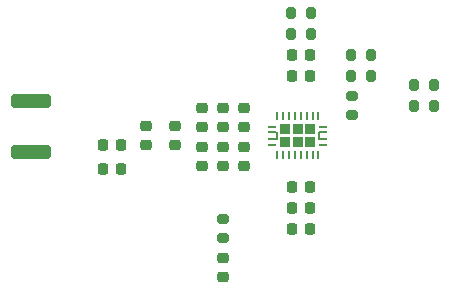
<source format=gbr>
%TF.GenerationSoftware,KiCad,Pcbnew,(7.0.0)*%
%TF.CreationDate,2023-04-29T18:10:18-05:00*%
%TF.ProjectId,WiHi,57694869-2e6b-4696-9361-645f70636258,-*%
%TF.SameCoordinates,PX795bdf0PY68e3130*%
%TF.FileFunction,Paste,Top*%
%TF.FilePolarity,Positive*%
%FSLAX46Y46*%
G04 Gerber Fmt 4.6, Leading zero omitted, Abs format (unit mm)*
G04 Created by KiCad (PCBNEW (7.0.0)) date 2023-04-29 18:10:18*
%MOMM*%
%LPD*%
G01*
G04 APERTURE LIST*
G04 Aperture macros list*
%AMRoundRect*
0 Rectangle with rounded corners*
0 $1 Rounding radius*
0 $2 $3 $4 $5 $6 $7 $8 $9 X,Y pos of 4 corners*
0 Add a 4 corners polygon primitive as box body*
4,1,4,$2,$3,$4,$5,$6,$7,$8,$9,$2,$3,0*
0 Add four circle primitives for the rounded corners*
1,1,$1+$1,$2,$3*
1,1,$1+$1,$4,$5*
1,1,$1+$1,$6,$7*
1,1,$1+$1,$8,$9*
0 Add four rect primitives between the rounded corners*
20,1,$1+$1,$2,$3,$4,$5,0*
20,1,$1+$1,$4,$5,$6,$7,0*
20,1,$1+$1,$6,$7,$8,$9,0*
20,1,$1+$1,$8,$9,$2,$3,0*%
G04 Aperture macros list end*
%ADD10RoundRect,0.250000X1.450000X-0.312500X1.450000X0.312500X-1.450000X0.312500X-1.450000X-0.312500X0*%
%ADD11R,0.850000X0.920000*%
%ADD12R,0.250000X0.750000*%
%ADD13RoundRect,0.050400X0.249600X-0.069600X0.249600X0.069600X-0.249600X0.069600X-0.249600X-0.069600X0*%
%ADD14RoundRect,0.050400X0.069600X-0.249600X0.069600X0.249600X-0.069600X0.249600X-0.069600X-0.249600X0*%
%ADD15RoundRect,0.050000X0.250000X-0.050000X0.250000X0.050000X-0.250000X0.050000X-0.250000X-0.050000X0*%
%ADD16RoundRect,0.200000X0.200000X0.275000X-0.200000X0.275000X-0.200000X-0.275000X0.200000X-0.275000X0*%
%ADD17RoundRect,0.200000X0.275000X-0.200000X0.275000X0.200000X-0.275000X0.200000X-0.275000X-0.200000X0*%
%ADD18RoundRect,0.200000X-0.200000X-0.275000X0.200000X-0.275000X0.200000X0.275000X-0.200000X0.275000X0*%
%ADD19RoundRect,0.218750X-0.256250X0.218750X-0.256250X-0.218750X0.256250X-0.218750X0.256250X0.218750X0*%
%ADD20RoundRect,0.225000X-0.250000X0.225000X-0.250000X-0.225000X0.250000X-0.225000X0.250000X0.225000X0*%
%ADD21RoundRect,0.225000X-0.225000X-0.250000X0.225000X-0.250000X0.225000X0.250000X-0.225000X0.250000X0*%
%ADD22RoundRect,0.225000X0.225000X0.250000X-0.225000X0.250000X-0.225000X-0.250000X0.225000X-0.250000X0*%
%ADD23RoundRect,0.225000X0.250000X-0.225000X0.250000X0.225000X-0.250000X0.225000X-0.250000X-0.225000X0*%
G04 APERTURE END LIST*
D10*
%TO.C,Coil*%
X3810000Y16658500D03*
X3810000Y20933500D03*
%TD*%
D11*
%TO.C,U1*%
X27465999Y18593999D03*
X26415999Y18593999D03*
X25365999Y17473999D03*
D12*
X28215999Y18033999D03*
D11*
X26415999Y17473999D03*
X25365999Y18593999D03*
X27465999Y17473999D03*
D12*
X24615999Y18033999D03*
D13*
X24266000Y17284000D03*
D14*
X24666000Y16384000D03*
X25166000Y16384000D03*
X25666000Y16384000D03*
X26166000Y16384000D03*
X26666000Y16384000D03*
X27166000Y16384000D03*
X27666000Y16384000D03*
X28166000Y16384000D03*
D13*
X28566000Y17284000D03*
X28566000Y18784000D03*
D14*
X28166000Y19684000D03*
X27666000Y19684000D03*
X27166000Y19684000D03*
X26666000Y19684000D03*
X26166000Y19684000D03*
X25666000Y19684000D03*
X25166000Y19684000D03*
X24666000Y19684000D03*
D13*
X24266000Y18784000D03*
D15*
X28566000Y18309000D03*
X24266000Y18309000D03*
X28566000Y17759000D03*
X24266000Y17759000D03*
%TD*%
D16*
%TO.C,R7*%
X36259000Y20574000D03*
X37909000Y20574000D03*
%TD*%
%TO.C,R6*%
X25845000Y28448000D03*
X27495000Y28448000D03*
%TD*%
%TO.C,R5*%
X32575000Y24892000D03*
X30925000Y24892000D03*
%TD*%
D17*
%TO.C,R4*%
X20066000Y9335000D03*
X20066000Y10985000D03*
%TD*%
D18*
%TO.C,R3*%
X27495000Y26670000D03*
X25845000Y26670000D03*
%TD*%
D16*
%TO.C,R2*%
X32575000Y23114000D03*
X30925000Y23114000D03*
%TD*%
D17*
%TO.C,R1*%
X30988000Y19749000D03*
X30988000Y21399000D03*
%TD*%
D18*
%TO.C,NTC1*%
X36259000Y22352000D03*
X37909000Y22352000D03*
%TD*%
D19*
%TO.C,D1*%
X20066000Y7645500D03*
X20066000Y6070500D03*
%TD*%
D20*
%TO.C,C15*%
X16002000Y18809000D03*
X16002000Y17259000D03*
%TD*%
D21*
%TO.C,C14*%
X9893000Y15240000D03*
X11443000Y15240000D03*
%TD*%
D22*
%TO.C,C13*%
X27445000Y10160000D03*
X25895000Y10160000D03*
%TD*%
%TO.C,C12*%
X27445000Y11938000D03*
X25895000Y11938000D03*
%TD*%
%TO.C,C11*%
X27445000Y13716000D03*
X25895000Y13716000D03*
%TD*%
%TO.C,C10*%
X25895000Y24892000D03*
X27445000Y24892000D03*
%TD*%
%TO.C,C9*%
X25895000Y23114000D03*
X27445000Y23114000D03*
%TD*%
D23*
%TO.C,C8*%
X20066000Y18783000D03*
X20066000Y20333000D03*
%TD*%
%TO.C,C7*%
X18288000Y18783000D03*
X18288000Y20333000D03*
%TD*%
%TO.C,C6*%
X21844000Y18783000D03*
X21844000Y20333000D03*
%TD*%
D20*
%TO.C,C5*%
X21844000Y17031000D03*
X21844000Y15481000D03*
%TD*%
%TO.C,C4*%
X18288000Y17031000D03*
X18288000Y15481000D03*
%TD*%
%TO.C,C3*%
X20066000Y17031000D03*
X20066000Y15481000D03*
%TD*%
%TO.C,C2*%
X13526000Y18809000D03*
X13526000Y17259000D03*
%TD*%
D21*
%TO.C,C1*%
X9893000Y17272000D03*
X11443000Y17272000D03*
%TD*%
M02*

</source>
